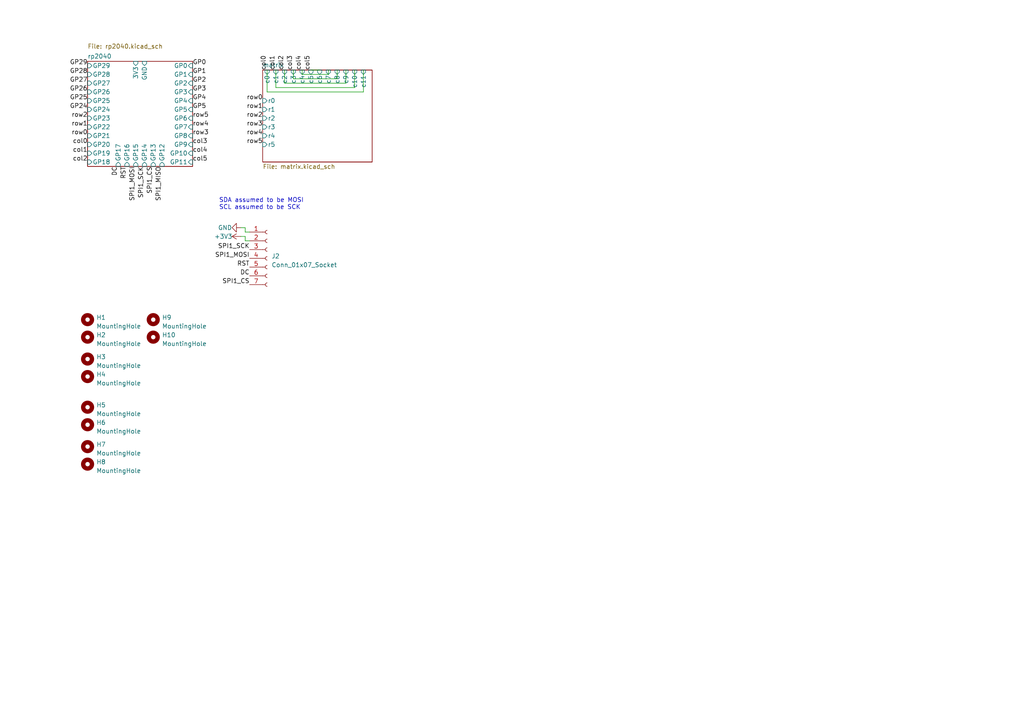
<source format=kicad_sch>
(kicad_sch (version 20230121) (generator eeschema)

  (uuid bcf08c00-9729-48c6-a1d1-fd61a92f814c)

  (paper "A4")

  (lib_symbols
    (symbol "Connector:Conn_01x07_Socket" (pin_names (offset 1.016) hide) (in_bom yes) (on_board yes)
      (property "Reference" "J" (at 0 10.16 0)
        (effects (font (size 1.27 1.27)))
      )
      (property "Value" "Conn_01x07_Socket" (at 0 -10.16 0)
        (effects (font (size 1.27 1.27)))
      )
      (property "Footprint" "" (at 0 0 0)
        (effects (font (size 1.27 1.27)) hide)
      )
      (property "Datasheet" "~" (at 0 0 0)
        (effects (font (size 1.27 1.27)) hide)
      )
      (property "ki_locked" "" (at 0 0 0)
        (effects (font (size 1.27 1.27)))
      )
      (property "ki_keywords" "connector" (at 0 0 0)
        (effects (font (size 1.27 1.27)) hide)
      )
      (property "ki_description" "Generic connector, single row, 01x07, script generated" (at 0 0 0)
        (effects (font (size 1.27 1.27)) hide)
      )
      (property "ki_fp_filters" "Connector*:*_1x??_*" (at 0 0 0)
        (effects (font (size 1.27 1.27)) hide)
      )
      (symbol "Conn_01x07_Socket_1_1"
        (arc (start 0 -7.112) (mid -0.5058 -7.62) (end 0 -8.128)
          (stroke (width 0.1524) (type default))
          (fill (type none))
        )
        (arc (start 0 -4.572) (mid -0.5058 -5.08) (end 0 -5.588)
          (stroke (width 0.1524) (type default))
          (fill (type none))
        )
        (arc (start 0 -2.032) (mid -0.5058 -2.54) (end 0 -3.048)
          (stroke (width 0.1524) (type default))
          (fill (type none))
        )
        (polyline
          (pts
            (xy -1.27 -7.62)
            (xy -0.508 -7.62)
          )
          (stroke (width 0.1524) (type default))
          (fill (type none))
        )
        (polyline
          (pts
            (xy -1.27 -5.08)
            (xy -0.508 -5.08)
          )
          (stroke (width 0.1524) (type default))
          (fill (type none))
        )
        (polyline
          (pts
            (xy -1.27 -2.54)
            (xy -0.508 -2.54)
          )
          (stroke (width 0.1524) (type default))
          (fill (type none))
        )
        (polyline
          (pts
            (xy -1.27 0)
            (xy -0.508 0)
          )
          (stroke (width 0.1524) (type default))
          (fill (type none))
        )
        (polyline
          (pts
            (xy -1.27 2.54)
            (xy -0.508 2.54)
          )
          (stroke (width 0.1524) (type default))
          (fill (type none))
        )
        (polyline
          (pts
            (xy -1.27 5.08)
            (xy -0.508 5.08)
          )
          (stroke (width 0.1524) (type default))
          (fill (type none))
        )
        (polyline
          (pts
            (xy -1.27 7.62)
            (xy -0.508 7.62)
          )
          (stroke (width 0.1524) (type default))
          (fill (type none))
        )
        (arc (start 0 0.508) (mid -0.5058 0) (end 0 -0.508)
          (stroke (width 0.1524) (type default))
          (fill (type none))
        )
        (arc (start 0 3.048) (mid -0.5058 2.54) (end 0 2.032)
          (stroke (width 0.1524) (type default))
          (fill (type none))
        )
        (arc (start 0 5.588) (mid -0.5058 5.08) (end 0 4.572)
          (stroke (width 0.1524) (type default))
          (fill (type none))
        )
        (arc (start 0 8.128) (mid -0.5058 7.62) (end 0 7.112)
          (stroke (width 0.1524) (type default))
          (fill (type none))
        )
        (pin passive line (at -5.08 7.62 0) (length 3.81)
          (name "Pin_1" (effects (font (size 1.27 1.27))))
          (number "1" (effects (font (size 1.27 1.27))))
        )
        (pin passive line (at -5.08 5.08 0) (length 3.81)
          (name "Pin_2" (effects (font (size 1.27 1.27))))
          (number "2" (effects (font (size 1.27 1.27))))
        )
        (pin passive line (at -5.08 2.54 0) (length 3.81)
          (name "Pin_3" (effects (font (size 1.27 1.27))))
          (number "3" (effects (font (size 1.27 1.27))))
        )
        (pin passive line (at -5.08 0 0) (length 3.81)
          (name "Pin_4" (effects (font (size 1.27 1.27))))
          (number "4" (effects (font (size 1.27 1.27))))
        )
        (pin passive line (at -5.08 -2.54 0) (length 3.81)
          (name "Pin_5" (effects (font (size 1.27 1.27))))
          (number "5" (effects (font (size 1.27 1.27))))
        )
        (pin passive line (at -5.08 -5.08 0) (length 3.81)
          (name "Pin_6" (effects (font (size 1.27 1.27))))
          (number "6" (effects (font (size 1.27 1.27))))
        )
        (pin passive line (at -5.08 -7.62 0) (length 3.81)
          (name "Pin_7" (effects (font (size 1.27 1.27))))
          (number "7" (effects (font (size 1.27 1.27))))
        )
      )
    )
    (symbol "Mechanical:MountingHole" (pin_names (offset 1.016)) (in_bom yes) (on_board yes)
      (property "Reference" "H" (at 0 5.08 0)
        (effects (font (size 1.27 1.27)))
      )
      (property "Value" "MountingHole" (at 0 3.175 0)
        (effects (font (size 1.27 1.27)))
      )
      (property "Footprint" "" (at 0 0 0)
        (effects (font (size 1.27 1.27)) hide)
      )
      (property "Datasheet" "~" (at 0 0 0)
        (effects (font (size 1.27 1.27)) hide)
      )
      (property "ki_keywords" "mounting hole" (at 0 0 0)
        (effects (font (size 1.27 1.27)) hide)
      )
      (property "ki_description" "Mounting Hole without connection" (at 0 0 0)
        (effects (font (size 1.27 1.27)) hide)
      )
      (property "ki_fp_filters" "MountingHole*" (at 0 0 0)
        (effects (font (size 1.27 1.27)) hide)
      )
      (symbol "MountingHole_0_1"
        (circle (center 0 0) (radius 1.27)
          (stroke (width 1.27) (type default))
          (fill (type none))
        )
      )
    )
    (symbol "power:+3V3" (power) (pin_names (offset 0)) (in_bom yes) (on_board yes)
      (property "Reference" "#PWR" (at 0 -3.81 0)
        (effects (font (size 1.27 1.27)) hide)
      )
      (property "Value" "+3V3" (at 0 3.556 0)
        (effects (font (size 1.27 1.27)))
      )
      (property "Footprint" "" (at 0 0 0)
        (effects (font (size 1.27 1.27)) hide)
      )
      (property "Datasheet" "" (at 0 0 0)
        (effects (font (size 1.27 1.27)) hide)
      )
      (property "ki_keywords" "power-flag" (at 0 0 0)
        (effects (font (size 1.27 1.27)) hide)
      )
      (property "ki_description" "Power symbol creates a global label with name \"+3V3\"" (at 0 0 0)
        (effects (font (size 1.27 1.27)) hide)
      )
      (symbol "+3V3_0_1"
        (polyline
          (pts
            (xy -0.762 1.27)
            (xy 0 2.54)
          )
          (stroke (width 0) (type default))
          (fill (type none))
        )
        (polyline
          (pts
            (xy 0 0)
            (xy 0 2.54)
          )
          (stroke (width 0) (type default))
          (fill (type none))
        )
        (polyline
          (pts
            (xy 0 2.54)
            (xy 0.762 1.27)
          )
          (stroke (width 0) (type default))
          (fill (type none))
        )
      )
      (symbol "+3V3_1_1"
        (pin power_in line (at 0 0 90) (length 0) hide
          (name "+3V3" (effects (font (size 1.27 1.27))))
          (number "1" (effects (font (size 1.27 1.27))))
        )
      )
    )
    (symbol "power:GND" (power) (pin_names (offset 0)) (in_bom yes) (on_board yes)
      (property "Reference" "#PWR" (at 0 -6.35 0)
        (effects (font (size 1.27 1.27)) hide)
      )
      (property "Value" "GND" (at 0 -3.81 0)
        (effects (font (size 1.27 1.27)))
      )
      (property "Footprint" "" (at 0 0 0)
        (effects (font (size 1.27 1.27)) hide)
      )
      (property "Datasheet" "" (at 0 0 0)
        (effects (font (size 1.27 1.27)) hide)
      )
      (property "ki_keywords" "power-flag" (at 0 0 0)
        (effects (font (size 1.27 1.27)) hide)
      )
      (property "ki_description" "Power symbol creates a global label with name \"GND\" , ground" (at 0 0 0)
        (effects (font (size 1.27 1.27)) hide)
      )
      (symbol "GND_0_1"
        (polyline
          (pts
            (xy 0 0)
            (xy 0 -1.27)
            (xy 1.27 -1.27)
            (xy 0 -2.54)
            (xy -1.27 -1.27)
            (xy 0 -1.27)
          )
          (stroke (width 0) (type default))
          (fill (type none))
        )
      )
      (symbol "GND_1_1"
        (pin power_in line (at 0 0 270) (length 0) hide
          (name "GND" (effects (font (size 1.27 1.27))))
          (number "1" (effects (font (size 1.27 1.27))))
        )
      )
    )
  )


  (wire (pts (xy 71.12 69.85) (xy 72.39 69.85))
    (stroke (width 0) (type default))
    (uuid 26aef4f4-9d03-42a0-aae5-37c5ff9766f4)
  )
  (wire (pts (xy 100.33 20.32) (xy 100.33 24.13))
    (stroke (width 0) (type default))
    (uuid 33b1ff13-5ff3-4b68-a5a0-2198ca94827a)
  )
  (wire (pts (xy 77.47 26.67) (xy 105.41 26.67))
    (stroke (width 0) (type default))
    (uuid 514b9392-0346-4470-be7d-f460e288d768)
  )
  (wire (pts (xy 71.12 68.58) (xy 71.12 69.85))
    (stroke (width 0) (type default))
    (uuid 53491964-e158-4834-9e3f-45f8f18cae78)
  )
  (wire (pts (xy 71.12 66.04) (xy 71.12 67.31))
    (stroke (width 0) (type default))
    (uuid 5b095163-c8cc-4550-9f93-7d80d308744f)
  )
  (wire (pts (xy 90.17 20.32) (xy 92.71 20.32))
    (stroke (width 0) (type default))
    (uuid 6b9d891b-42d5-4520-b034-3945fa5496bb)
  )
  (wire (pts (xy 71.12 67.31) (xy 72.39 67.31))
    (stroke (width 0) (type default))
    (uuid 6f93add0-3923-433e-b740-ad098525c919)
  )
  (wire (pts (xy 80.01 25.4) (xy 80.01 20.32))
    (stroke (width 0) (type default))
    (uuid 7b8ee179-56ac-4bf0-b089-75ab061510f8)
  )
  (wire (pts (xy 69.85 68.58) (xy 71.12 68.58))
    (stroke (width 0) (type default))
    (uuid 7d00f18e-40d8-47af-9ed8-b6f79dde8c7f)
  )
  (wire (pts (xy 85.09 20.32) (xy 85.09 22.86))
    (stroke (width 0) (type default))
    (uuid 7db52a06-bc2b-4c6b-a59c-8984ccb41798)
  )
  (wire (pts (xy 105.41 26.67) (xy 105.41 20.32))
    (stroke (width 0) (type default))
    (uuid 81bd5c6c-9aeb-456f-a7a1-0bace708bbeb)
  )
  (wire (pts (xy 82.55 20.32) (xy 82.55 24.13))
    (stroke (width 0) (type default))
    (uuid 8f4c2d5d-8b90-4132-9632-c9e9cb260f5b)
  )
  (wire (pts (xy 87.63 21.59) (xy 87.63 20.32))
    (stroke (width 0) (type default))
    (uuid 9e8ec7e9-6a10-40b7-af5c-a30dfe4a15f2)
  )
  (wire (pts (xy 102.87 20.32) (xy 102.87 25.4))
    (stroke (width 0) (type default))
    (uuid 9f666a64-b7db-4c61-b53f-e7d84086cd72)
  )
  (wire (pts (xy 77.47 20.32) (xy 77.47 26.67))
    (stroke (width 0) (type default))
    (uuid 9f8e979c-2a56-427d-8985-1fa442e17fcb)
  )
  (wire (pts (xy 102.87 25.4) (xy 80.01 25.4))
    (stroke (width 0) (type default))
    (uuid a340235f-115c-4cd9-947d-87f10f19969f)
  )
  (wire (pts (xy 100.33 24.13) (xy 82.55 24.13))
    (stroke (width 0) (type default))
    (uuid c9dda61d-2213-4a90-bc80-e50ddafa8cd6)
  )
  (wire (pts (xy 69.85 66.04) (xy 71.12 66.04))
    (stroke (width 0) (type default))
    (uuid d0576176-8a70-40a0-90ec-f8efea48ad61)
  )
  (wire (pts (xy 95.25 20.32) (xy 95.25 21.59))
    (stroke (width 0) (type default))
    (uuid e57e8dbc-7403-43ee-aa5d-b07699241282)
  )
  (wire (pts (xy 95.25 21.59) (xy 87.63 21.59))
    (stroke (width 0) (type default))
    (uuid f8d38188-e080-4036-89f3-722464a078c0)
  )
  (wire (pts (xy 85.09 22.86) (xy 97.79 22.86))
    (stroke (width 0) (type default))
    (uuid fbd0bbf8-c3a1-4dca-80f0-9cf580d20eff)
  )
  (wire (pts (xy 97.79 20.32) (xy 97.79 22.86))
    (stroke (width 0) (type default))
    (uuid fcce0d3f-a575-4f02-a084-0810c2f6fde2)
  )

  (text "SDA assumed to be MOSI\nSCL assumed to be SCK\n" (at 63.5 60.96 0)
    (effects (font (size 1.27 1.27)) (justify left bottom))
    (uuid 4c557209-9a14-4c82-9d6f-bd527899bda5)
  )

  (label "row2" (at 76.2 34.29 180) (fields_autoplaced)
    (effects (font (size 1.27 1.27)) (justify right bottom))
    (uuid 031f29e0-67fe-4d37-a7c1-51e750c9ce90)
  )
  (label "SPI1_MOSI" (at 72.39 74.93 180) (fields_autoplaced)
    (effects (font (size 1.27 1.27)) (justify right bottom))
    (uuid 04a6b02e-61a8-4db7-b406-8a574de2c510)
  )
  (label "col2" (at 25.4 46.99 180) (fields_autoplaced)
    (effects (font (size 1.27 1.27)) (justify right bottom))
    (uuid 06e7a2d7-6d8c-461f-9b54-0d637cf5283a)
  )
  (label "GP0" (at 55.88 19.05 0) (fields_autoplaced)
    (effects (font (size 1.27 1.27)) (justify left bottom))
    (uuid 09ff75f2-6b39-4098-a6c2-9dbad0592ea0)
  )
  (label "SPI1_SCK" (at 72.39 72.39 180) (fields_autoplaced)
    (effects (font (size 1.27 1.27)) (justify right bottom))
    (uuid 1127b45d-d0ff-4de2-970c-8d530dd2e52a)
  )
  (label "row1" (at 76.2 31.75 180) (fields_autoplaced)
    (effects (font (size 1.27 1.27)) (justify right bottom))
    (uuid 168e4dcb-a275-4b85-a88e-93ab1720c44e)
  )
  (label "col3" (at 55.88 41.91 0) (fields_autoplaced)
    (effects (font (size 1.27 1.27)) (justify left bottom))
    (uuid 200c9575-7753-48d3-a760-2d75d5ac2a07)
  )
  (label "GP3" (at 55.88 26.67 0) (fields_autoplaced)
    (effects (font (size 1.27 1.27)) (justify left bottom))
    (uuid 212c1642-ab20-4471-9f7f-a562c02f986d)
  )
  (label "GP4" (at 55.88 29.21 0) (fields_autoplaced)
    (effects (font (size 1.27 1.27)) (justify left bottom))
    (uuid 351f4752-1299-40e2-868e-524b7bc0f805)
  )
  (label "RST" (at 36.83 48.26 270) (fields_autoplaced)
    (effects (font (size 1.27 1.27)) (justify right bottom))
    (uuid 3b857ef8-c75b-4b0d-bc5f-097b880628e5)
  )
  (label "row3" (at 76.2 36.83 180) (fields_autoplaced)
    (effects (font (size 1.27 1.27)) (justify right bottom))
    (uuid 3ee33b1b-2c46-496c-8313-bf8a03f8607c)
  )
  (label "SPI1_MOSI" (at 39.37 48.26 270) (fields_autoplaced)
    (effects (font (size 1.27 1.27)) (justify right bottom))
    (uuid 45992500-53cb-41bc-bf03-e8f22b741038)
  )
  (label "GP25" (at 25.4 29.21 180) (fields_autoplaced)
    (effects (font (size 1.27 1.27)) (justify right bottom))
    (uuid 50512268-8fe7-4ac5-9cc8-6cd402566b7e)
  )
  (label "GP2" (at 55.88 24.13 0) (fields_autoplaced)
    (effects (font (size 1.27 1.27)) (justify left bottom))
    (uuid 59b7d54e-24b1-48a1-ab9b-f8e00ebc8d94)
  )
  (label "col1" (at 80.01 20.32 90) (fields_autoplaced)
    (effects (font (size 1.27 1.27)) (justify left bottom))
    (uuid 60c482b5-70ee-417b-8307-81406f4ad937)
  )
  (label "row4" (at 55.88 36.83 0) (fields_autoplaced)
    (effects (font (size 1.27 1.27)) (justify left bottom))
    (uuid 638a1921-618c-4f8f-badc-207a5fb50aa1)
  )
  (label "SPI1_CS" (at 44.45 48.26 270) (fields_autoplaced)
    (effects (font (size 1.27 1.27)) (justify right bottom))
    (uuid 65c6f020-3523-4db1-b3ff-9fb3202c84bd)
  )
  (label "row3" (at 55.88 39.37 0) (fields_autoplaced)
    (effects (font (size 1.27 1.27)) (justify left bottom))
    (uuid 6ae0258e-7b98-43d8-b9f2-7ef538f43fbd)
  )
  (label "DC" (at 34.29 48.26 270) (fields_autoplaced)
    (effects (font (size 1.27 1.27)) (justify right bottom))
    (uuid 71862e93-f988-4c07-a013-3cb7cea15bb5)
  )
  (label "SPI1_CS" (at 72.39 82.55 180) (fields_autoplaced)
    (effects (font (size 1.27 1.27)) (justify right bottom))
    (uuid 74c8799a-f981-4b6d-9ec2-47c3e43aaa9d)
  )
  (label "DC" (at 72.39 80.01 180) (fields_autoplaced)
    (effects (font (size 1.27 1.27)) (justify right bottom))
    (uuid 7604deb5-dfdd-4ae4-b1d6-d09275f28031)
  )
  (label "GP5" (at 55.88 31.75 0) (fields_autoplaced)
    (effects (font (size 1.27 1.27)) (justify left bottom))
    (uuid 786ccf4d-2ea3-46d2-9f7b-1ca528b66b34)
  )
  (label "col3" (at 85.09 20.32 90) (fields_autoplaced)
    (effects (font (size 1.27 1.27)) (justify left bottom))
    (uuid 81ca4f0d-d648-4a5a-9c87-1d84d4d958d4)
  )
  (label "GP28" (at 25.4 21.59 180) (fields_autoplaced)
    (effects (font (size 1.27 1.27)) (justify right bottom))
    (uuid 8e3e0783-7849-4525-9e8c-525cca8a4279)
  )
  (label "row0" (at 25.4 39.37 180) (fields_autoplaced)
    (effects (font (size 1.27 1.27)) (justify right bottom))
    (uuid 944472bc-4c0e-47fe-81d6-f971f991baef)
  )
  (label "row5" (at 76.2 41.91 180) (fields_autoplaced)
    (effects (font (size 1.27 1.27)) (justify right bottom))
    (uuid 9b82b0c6-983a-416b-89a4-37ad529aa0a4)
  )
  (label "SPI1_SCK" (at 41.91 48.26 270) (fields_autoplaced)
    (effects (font (size 1.27 1.27)) (justify right bottom))
    (uuid 9e259e27-d3a0-49b3-8306-262364ddae32)
  )
  (label "GP26" (at 25.4 26.67 180) (fields_autoplaced)
    (effects (font (size 1.27 1.27)) (justify right bottom))
    (uuid a4abfa52-02d9-4742-947d-2c0e4ae5c6c7)
  )
  (label "col5" (at 55.88 46.99 0) (fields_autoplaced)
    (effects (font (size 1.27 1.27)) (justify left bottom))
    (uuid a66d2c01-402e-44ea-9c8e-dc99eacd02b2)
  )
  (label "GP27" (at 25.4 24.13 180) (fields_autoplaced)
    (effects (font (size 1.27 1.27)) (justify right bottom))
    (uuid ac374b3a-c535-4ebb-93c0-e93a85e39694)
  )
  (label "row5" (at 55.88 34.29 0) (fields_autoplaced)
    (effects (font (size 1.27 1.27)) (justify left bottom))
    (uuid b158312f-858c-4a20-88f4-ad3a205f625e)
  )
  (label "GP24" (at 25.4 31.75 180) (fields_autoplaced)
    (effects (font (size 1.27 1.27)) (justify right bottom))
    (uuid b8521272-c436-4b9c-bc90-b19854aebcaf)
  )
  (label "col0" (at 77.47 20.32 90) (fields_autoplaced)
    (effects (font (size 1.27 1.27)) (justify left bottom))
    (uuid c0247987-2006-41fe-a79d-6b9bc031cde3)
  )
  (label "row2" (at 25.4 34.29 180) (fields_autoplaced)
    (effects (font (size 1.27 1.27)) (justify right bottom))
    (uuid cbdca9be-6eb2-4315-90b0-8c25397fad87)
  )
  (label "row0" (at 76.2 29.21 180) (fields_autoplaced)
    (effects (font (size 1.27 1.27)) (justify right bottom))
    (uuid d42e959c-d85d-4daa-840c-9641f6a15019)
  )
  (label "col0" (at 25.4 41.91 180) (fields_autoplaced)
    (effects (font (size 1.27 1.27)) (justify right bottom))
    (uuid db1e7b2b-fbe8-44cd-9c82-ff3fb21ba591)
  )
  (label "col4" (at 55.88 44.45 0) (fields_autoplaced)
    (effects (font (size 1.27 1.27)) (justify left bottom))
    (uuid e12aed7f-8de4-4a04-bd3f-c2333656928d)
  )
  (label "row4" (at 76.2 39.37 180) (fields_autoplaced)
    (effects (font (size 1.27 1.27)) (justify right bottom))
    (uuid ea19eb80-303b-463a-bf20-d02c356b0f48)
  )
  (label "col5" (at 90.17 20.32 90) (fields_autoplaced)
    (effects (font (size 1.27 1.27)) (justify left bottom))
    (uuid ebfa4141-17b5-4c61-bf98-e78f21d400d6)
  )
  (label "GP1" (at 55.88 21.59 0) (fields_autoplaced)
    (effects (font (size 1.27 1.27)) (justify left bottom))
    (uuid ed7a8fbb-81f4-417d-8676-e895d2e26818)
  )
  (label "col4" (at 87.63 20.32 90) (fields_autoplaced)
    (effects (font (size 1.27 1.27)) (justify left bottom))
    (uuid ee514277-02f4-4813-973d-d7552b790931)
  )
  (label "GP29" (at 25.4 19.05 180) (fields_autoplaced)
    (effects (font (size 1.27 1.27)) (justify right bottom))
    (uuid f0bfd0a1-87fb-4307-9f14-55191ddd7062)
  )
  (label "SPI1_MISO" (at 46.99 48.26 270) (fields_autoplaced)
    (effects (font (size 1.27 1.27)) (justify right bottom))
    (uuid f0dab6b8-cf96-468b-b621-acb467f8eb20)
  )
  (label "col2" (at 82.55 20.32 90) (fields_autoplaced)
    (effects (font (size 1.27 1.27)) (justify left bottom))
    (uuid f213b818-800c-4237-b927-7a4d21739e0b)
  )
  (label "col1" (at 25.4 44.45 180) (fields_autoplaced)
    (effects (font (size 1.27 1.27)) (justify right bottom))
    (uuid f2975ae2-07cf-477f-bb12-b23dbad4d80c)
  )
  (label "RST" (at 72.39 77.47 180) (fields_autoplaced)
    (effects (font (size 1.27 1.27)) (justify right bottom))
    (uuid f4eec43b-db84-4884-a3ba-f1d1e300c2b7)
  )
  (label "row1" (at 25.4 36.83 180) (fields_autoplaced)
    (effects (font (size 1.27 1.27)) (justify right bottom))
    (uuid f747f1b5-6b93-43f0-a294-33c600c00203)
  )

  (symbol (lib_id "Connector:Conn_01x07_Socket") (at 77.47 74.93 0) (unit 1)
    (in_bom yes) (on_board yes) (dnp no) (fields_autoplaced)
    (uuid 13be8af4-ec65-4aa8-bf88-3e3a05d4023c)
    (property "Reference" "J2" (at 78.74 74.295 0)
      (effects (font (size 1.27 1.27)) (justify left))
    )
    (property "Value" "Conn_01x07_Socket" (at 78.74 76.835 0)
      (effects (font (size 1.27 1.27)) (justify left))
    )
    (property "Footprint" "0-cut-slope:big ass screen" (at 77.47 74.93 0)
      (effects (font (size 1.27 1.27)) hide)
    )
    (property "Datasheet" "~" (at 77.47 74.93 0)
      (effects (font (size 1.27 1.27)) hide)
    )
    (pin "1" (uuid 02cf04b2-45d4-4c92-876c-1ab21b26b8a7))
    (pin "2" (uuid a8337157-dfd6-4677-8bd5-f7eae0ced3ce))
    (pin "3" (uuid 52c86ff0-bad5-4d1c-9a2e-d22a0aeaf916))
    (pin "4" (uuid 5ba1d031-a743-4b55-86cb-1dafbbcf293f))
    (pin "5" (uuid 77e7c95c-8239-4c20-ad05-9bf9bb7a8edb))
    (pin "6" (uuid df875a45-4de6-40ab-a918-729b37357fe1))
    (pin "7" (uuid 81cb3ea1-9517-4a20-9c7b-5f3c81204d75))
    (instances
      (project "cut-slope"
        (path "/bcf08c00-9729-48c6-a1d1-fd61a92f814c"
          (reference "J2") (unit 1)
        )
      )
    )
  )

  (symbol (lib_id "Mechanical:MountingHole") (at 25.4 134.62 0) (unit 1)
    (in_bom yes) (on_board yes) (dnp no) (fields_autoplaced)
    (uuid 220bda3e-5c77-4eb9-b68c-6f2dd53081fb)
    (property "Reference" "H8" (at 27.94 133.985 0)
      (effects (font (size 1.27 1.27)) (justify left))
    )
    (property "Value" "MountingHole" (at 27.94 136.525 0)
      (effects (font (size 1.27 1.27)) (justify left))
    )
    (property "Footprint" "0-cut-slope:MountingHole_3.2mm_M3_thinpad" (at 25.4 134.62 0)
      (effects (font (size 1.27 1.27)) hide)
    )
    (property "Datasheet" "~" (at 25.4 134.62 0)
      (effects (font (size 1.27 1.27)) hide)
    )
    (instances
      (project "cut-slope"
        (path "/bcf08c00-9729-48c6-a1d1-fd61a92f814c"
          (reference "H8") (unit 1)
        )
      )
    )
  )

  (symbol (lib_id "Mechanical:MountingHole") (at 44.45 92.71 0) (unit 1)
    (in_bom yes) (on_board yes) (dnp no) (fields_autoplaced)
    (uuid 65572b90-b079-4e28-b12a-26744c1e4045)
    (property "Reference" "H9" (at 46.99 92.075 0)
      (effects (font (size 1.27 1.27)) (justify left))
    )
    (property "Value" "MountingHole" (at 46.99 94.615 0)
      (effects (font (size 1.27 1.27)) (justify left))
    )
    (property "Footprint" "0-cut-slope:MountingHole_3.2mm_M3_thinpad" (at 44.45 92.71 0)
      (effects (font (size 1.27 1.27)) hide)
    )
    (property "Datasheet" "~" (at 44.45 92.71 0)
      (effects (font (size 1.27 1.27)) hide)
    )
    (instances
      (project "cut-slope"
        (path "/bcf08c00-9729-48c6-a1d1-fd61a92f814c"
          (reference "H9") (unit 1)
        )
      )
    )
  )

  (symbol (lib_id "Mechanical:MountingHole") (at 25.4 104.14 0) (unit 1)
    (in_bom yes) (on_board yes) (dnp no) (fields_autoplaced)
    (uuid 7b6e2411-1f14-4344-b4f2-0b05134324cc)
    (property "Reference" "H3" (at 27.94 103.505 0)
      (effects (font (size 1.27 1.27)) (justify left))
    )
    (property "Value" "MountingHole" (at 27.94 106.045 0)
      (effects (font (size 1.27 1.27)) (justify left))
    )
    (property "Footprint" "0-cut-slope:MountingHole_3.2mm_M3_thinpad" (at 25.4 104.14 0)
      (effects (font (size 1.27 1.27)) hide)
    )
    (property "Datasheet" "~" (at 25.4 104.14 0)
      (effects (font (size 1.27 1.27)) hide)
    )
    (instances
      (project "cut-slope"
        (path "/bcf08c00-9729-48c6-a1d1-fd61a92f814c"
          (reference "H3") (unit 1)
        )
      )
    )
  )

  (symbol (lib_id "power:+3V3") (at 69.85 68.58 90) (unit 1)
    (in_bom yes) (on_board yes) (dnp no)
    (uuid 7e9d2ea2-89a1-40fd-8b08-76b47cab8fa4)
    (property "Reference" "#PWR010" (at 73.66 68.58 0)
      (effects (font (size 1.27 1.27)) hide)
    )
    (property "Value" "+3V3" (at 64.77 68.58 90)
      (effects (font (size 1.27 1.27)))
    )
    (property "Footprint" "" (at 69.85 68.58 0)
      (effects (font (size 1.27 1.27)) hide)
    )
    (property "Datasheet" "" (at 69.85 68.58 0)
      (effects (font (size 1.27 1.27)) hide)
    )
    (pin "1" (uuid fc956ac5-ae06-4bd6-8676-4a91983eaac7))
    (instances
      (project "bad_wings"
        (path "/b2333684-16d6-4183-bfe1-df2c02651d64"
          (reference "#PWR010") (unit 1)
        )
      )
      (project "cut-slope"
        (path "/bcf08c00-9729-48c6-a1d1-fd61a92f814c/4fb5f8ae-dff6-4c38-9253-59cb41e36834"
          (reference "#PWR05") (unit 1)
        )
        (path "/bcf08c00-9729-48c6-a1d1-fd61a92f814c"
          (reference "#PWR04") (unit 1)
        )
      )
    )
  )

  (symbol (lib_id "Mechanical:MountingHole") (at 25.4 109.22 0) (unit 1)
    (in_bom yes) (on_board yes) (dnp no) (fields_autoplaced)
    (uuid 81a83901-0729-4143-8d44-8eaf88c78e10)
    (property "Reference" "H4" (at 27.94 108.585 0)
      (effects (font (size 1.27 1.27)) (justify left))
    )
    (property "Value" "MountingHole" (at 27.94 111.125 0)
      (effects (font (size 1.27 1.27)) (justify left))
    )
    (property "Footprint" "0-cut-slope:MountingHole_3.2mm_M3_thinpad" (at 25.4 109.22 0)
      (effects (font (size 1.27 1.27)) hide)
    )
    (property "Datasheet" "~" (at 25.4 109.22 0)
      (effects (font (size 1.27 1.27)) hide)
    )
    (instances
      (project "cut-slope"
        (path "/bcf08c00-9729-48c6-a1d1-fd61a92f814c"
          (reference "H4") (unit 1)
        )
      )
    )
  )

  (symbol (lib_id "Mechanical:MountingHole") (at 25.4 129.54 0) (unit 1)
    (in_bom yes) (on_board yes) (dnp no) (fields_autoplaced)
    (uuid 8e2620f8-8fa7-4f59-89c1-4f9640718f5a)
    (property "Reference" "H7" (at 27.94 128.905 0)
      (effects (font (size 1.27 1.27)) (justify left))
    )
    (property "Value" "MountingHole" (at 27.94 131.445 0)
      (effects (font (size 1.27 1.27)) (justify left))
    )
    (property "Footprint" "0-cut-slope:MountingHole_3.2mm_M3_thinpad" (at 25.4 129.54 0)
      (effects (font (size 1.27 1.27)) hide)
    )
    (property "Datasheet" "~" (at 25.4 129.54 0)
      (effects (font (size 1.27 1.27)) hide)
    )
    (instances
      (project "cut-slope"
        (path "/bcf08c00-9729-48c6-a1d1-fd61a92f814c"
          (reference "H7") (unit 1)
        )
      )
    )
  )

  (symbol (lib_id "Mechanical:MountingHole") (at 25.4 97.79 0) (unit 1)
    (in_bom yes) (on_board yes) (dnp no) (fields_autoplaced)
    (uuid 8ec103ef-764f-452a-89bd-50b5b65ce37e)
    (property "Reference" "H2" (at 27.94 97.155 0)
      (effects (font (size 1.27 1.27)) (justify left))
    )
    (property "Value" "MountingHole" (at 27.94 99.695 0)
      (effects (font (size 1.27 1.27)) (justify left))
    )
    (property "Footprint" "0-cut-slope:MountingHole_3.2mm_M3_thinpad" (at 25.4 97.79 0)
      (effects (font (size 1.27 1.27)) hide)
    )
    (property "Datasheet" "~" (at 25.4 97.79 0)
      (effects (font (size 1.27 1.27)) hide)
    )
    (instances
      (project "cut-slope"
        (path "/bcf08c00-9729-48c6-a1d1-fd61a92f814c"
          (reference "H2") (unit 1)
        )
      )
    )
  )

  (symbol (lib_id "power:GND") (at 69.85 66.04 270) (unit 1)
    (in_bom yes) (on_board yes) (dnp no)
    (uuid acc49cd3-2498-48ca-9914-aca724b6b6dd)
    (property "Reference" "#PWR011" (at 63.5 66.04 0)
      (effects (font (size 1.27 1.27)) hide)
    )
    (property "Value" "GND" (at 67.31 66.04 90)
      (effects (font (size 1.27 1.27)) (justify right))
    )
    (property "Footprint" "" (at 69.85 66.04 0)
      (effects (font (size 1.27 1.27)) hide)
    )
    (property "Datasheet" "" (at 69.85 66.04 0)
      (effects (font (size 1.27 1.27)) hide)
    )
    (pin "1" (uuid db684768-ae4a-4a82-92cd-40d12f8fe86c))
    (instances
      (project "bad_wings"
        (path "/b2333684-16d6-4183-bfe1-df2c02651d64"
          (reference "#PWR011") (unit 1)
        )
      )
      (project "cut-slope"
        (path "/bcf08c00-9729-48c6-a1d1-fd61a92f814c/4fb5f8ae-dff6-4c38-9253-59cb41e36834"
          (reference "#PWR034") (unit 1)
        )
        (path "/bcf08c00-9729-48c6-a1d1-fd61a92f814c"
          (reference "#PWR03") (unit 1)
        )
      )
    )
  )

  (symbol (lib_id "Mechanical:MountingHole") (at 25.4 92.71 0) (unit 1)
    (in_bom yes) (on_board yes) (dnp no) (fields_autoplaced)
    (uuid b2866aa3-9b75-44b0-a14a-3694980a9268)
    (property "Reference" "H1" (at 27.94 92.075 0)
      (effects (font (size 1.27 1.27)) (justify left))
    )
    (property "Value" "MountingHole" (at 27.94 94.615 0)
      (effects (font (size 1.27 1.27)) (justify left))
    )
    (property "Footprint" "0-cut-slope:MountingHole_3.2mm_M3_thinpad" (at 25.4 92.71 0)
      (effects (font (size 1.27 1.27)) hide)
    )
    (property "Datasheet" "~" (at 25.4 92.71 0)
      (effects (font (size 1.27 1.27)) hide)
    )
    (instances
      (project "cut-slope"
        (path "/bcf08c00-9729-48c6-a1d1-fd61a92f814c"
          (reference "H1") (unit 1)
        )
      )
    )
  )

  (symbol (lib_id "Mechanical:MountingHole") (at 25.4 118.11 0) (unit 1)
    (in_bom yes) (on_board yes) (dnp no) (fields_autoplaced)
    (uuid c1149502-1afa-407c-bca6-299dbbbe86b8)
    (property "Reference" "H5" (at 27.94 117.475 0)
      (effects (font (size 1.27 1.27)) (justify left))
    )
    (property "Value" "MountingHole" (at 27.94 120.015 0)
      (effects (font (size 1.27 1.27)) (justify left))
    )
    (property "Footprint" "0-cut-slope:MountingHole_3.2mm_M3_thinpad" (at 25.4 118.11 0)
      (effects (font (size 1.27 1.27)) hide)
    )
    (property "Datasheet" "~" (at 25.4 118.11 0)
      (effects (font (size 1.27 1.27)) hide)
    )
    (instances
      (project "cut-slope"
        (path "/bcf08c00-9729-48c6-a1d1-fd61a92f814c"
          (reference "H5") (unit 1)
        )
      )
    )
  )

  (symbol (lib_id "Mechanical:MountingHole") (at 25.4 123.19 0) (unit 1)
    (in_bom yes) (on_board yes) (dnp no) (fields_autoplaced)
    (uuid d8a01109-1b7e-458b-992a-4976e6b46930)
    (property "Reference" "H6" (at 27.94 122.555 0)
      (effects (font (size 1.27 1.27)) (justify left))
    )
    (property "Value" "MountingHole" (at 27.94 125.095 0)
      (effects (font (size 1.27 1.27)) (justify left))
    )
    (property "Footprint" "0-cut-slope:MountingHole_3.2mm_M3_thinpad" (at 25.4 123.19 0)
      (effects (font (size 1.27 1.27)) hide)
    )
    (property "Datasheet" "~" (at 25.4 123.19 0)
      (effects (font (size 1.27 1.27)) hide)
    )
    (instances
      (project "cut-slope"
        (path "/bcf08c00-9729-48c6-a1d1-fd61a92f814c"
          (reference "H6") (unit 1)
        )
      )
    )
  )

  (symbol (lib_id "Mechanical:MountingHole") (at 44.45 97.79 0) (unit 1)
    (in_bom yes) (on_board yes) (dnp no) (fields_autoplaced)
    (uuid f7036871-0b12-457c-b636-5af5b73dc2f0)
    (property "Reference" "H10" (at 46.99 97.155 0)
      (effects (font (size 1.27 1.27)) (justify left))
    )
    (property "Value" "MountingHole" (at 46.99 99.695 0)
      (effects (font (size 1.27 1.27)) (justify left))
    )
    (property "Footprint" "0-cut-slope:MountingHole_3.2mm_M3_thinpad" (at 44.45 97.79 0)
      (effects (font (size 1.27 1.27)) hide)
    )
    (property "Datasheet" "~" (at 44.45 97.79 0)
      (effects (font (size 1.27 1.27)) hide)
    )
    (instances
      (project "cut-slope"
        (path "/bcf08c00-9729-48c6-a1d1-fd61a92f814c"
          (reference "H10") (unit 1)
        )
      )
    )
  )

  (sheet (at 76.2 20.32) (size 31.75 26.67) (fields_autoplaced)
    (stroke (width 0.1524) (type solid))
    (fill (color 0 0 0 0.0000))
    (uuid 05931c95-a9e7-464b-bc2a-a1adbf6ee993)
    (property "Sheetname" "matrix" (at 76.2 19.6084 0)
      (effects (font (size 1.27 1.27)) (justify left bottom))
    )
    (property "Sheetfile" "matrix.kicad_sch" (at 76.2 47.5746 0)
      (effects (font (size 1.27 1.27)) (justify left top))
    )
    (pin "r0" input (at 76.2 29.21 180)
      (effects (font (size 1.27 1.27)) (justify left))
      (uuid f0537441-ceed-49ce-a06e-d42f8ae07df2)
    )
    (pin "r1" input (at 76.2 31.75 180)
      (effects (font (size 1.27 1.27)) (justify left))
      (uuid 74d8c6a2-7c20-4d8a-be4b-b9b2c8172a0b)
    )
    (pin "c0" input (at 77.47 20.32 90)
      (effects (font (size 1.27 1.27)) (justify right))
      (uuid eeb65b12-f719-4037-804b-4cd6e8955247)
    )
    (pin "c1" input (at 80.01 20.32 90)
      (effects (font (size 1.27 1.27)) (justify right))
      (uuid b8cdce1c-8da1-4039-a746-3866b8ad8f1f)
    )
    (pin "c2" input (at 82.55 20.32 90)
      (effects (font (size 1.27 1.27)) (justify right))
      (uuid 79bce4ef-4287-4ce6-ab85-918b59d4e3d3)
    )
    (pin "c3" input (at 85.09 20.32 90)
      (effects (font (size 1.27 1.27)) (justify right))
      (uuid fa83ac5a-4775-4c36-9724-06d742db393b)
    )
    (pin "c8" input (at 97.79 20.32 90)
      (effects (font (size 1.27 1.27)) (justify right))
      (uuid 12414bbc-0ca1-4c09-9450-24560d825f0e)
    )
    (pin "r4" input (at 76.2 39.37 180)
      (effects (font (size 1.27 1.27)) (justify left))
      (uuid 15940d56-8b39-4725-a777-f9e42ac70e75)
    )
    (pin "r5" input (at 76.2 41.91 180)
      (effects (font (size 1.27 1.27)) (justify left))
      (uuid 306b9bac-dfa3-4f23-ad20-98df26512764)
    )
    (pin "c6" input (at 92.71 20.32 90)
      (effects (font (size 1.27 1.27)) (justify right))
      (uuid 224fcddf-fb73-457c-ac47-e642336c27ee)
    )
    (pin "c7" input (at 95.25 20.32 90)
      (effects (font (size 1.27 1.27)) (justify right))
      (uuid 950da46d-6b70-4f13-bd30-d4e222d2d071)
    )
    (pin "r3" input (at 76.2 36.83 180)
      (effects (font (size 1.27 1.27)) (justify left))
      (uuid 78f5e15b-db84-4a98-a452-8dee05af8059)
    )
    (pin "c5" input (at 90.17 20.32 90)
      (effects (font (size 1.27 1.27)) (justify right))
      (uuid 445402d8-2276-4d72-9b30-e409c2ed489b)
    )
    (pin "c4" input (at 87.63 20.32 90)
      (effects (font (size 1.27 1.27)) (justify right))
      (uuid 5cf593be-3004-4083-b1f3-2995cafb738c)
    )
    (pin "c9" input (at 100.33 20.32 90)
      (effects (font (size 1.27 1.27)) (justify right))
      (uuid 9226d78d-d96c-416b-ad35-600d92d5d013)
    )
    (pin "c10" input (at 102.87 20.32 90)
      (effects (font (size 1.27 1.27)) (justify right))
      (uuid 0950ed9d-58c9-47f5-9d20-b01159bc295d)
    )
    (pin "c11" input (at 105.41 20.32 90)
      (effects (font (size 1.27 1.27)) (justify right))
      (uuid 857f140c-d1de-4efa-ba30-2fc94a2ac84e)
    )
    (pin "r2" input (at 76.2 34.29 180)
      (effects (font (size 1.27 1.27)) (justify left))
      (uuid 73e8cc60-dcbd-4f97-b16c-5d6615249194)
    )
    (instances
      (project "cut-slope"
        (path "/bcf08c00-9729-48c6-a1d1-fd61a92f814c" (page "3"))
      )
    )
  )

  (sheet (at 25.4 17.78) (size 30.48 30.48)
    (stroke (width 0.1524) (type solid))
    (fill (color 0 0 0 0.0000))
    (uuid 4fb5f8ae-dff6-4c38-9253-59cb41e36834)
    (property "Sheetname" "rp2040" (at 25.4 17.0684 0)
      (effects (font (size 1.27 1.27)) (justify left bottom))
    )
    (property "Sheetfile" "rp2040.kicad_sch" (at 25.4 12.7 0)
      (effects (font (size 1.27 1.27)) (justify left top))
    )
    (pin "GP16" input (at 36.83 48.26 270)
      (effects (font (size 1.27 1.27)) (justify left))
      (uuid 12c75bd1-7103-4d95-b0a4-2e781df23087)
    )
    (pin "GP19" input (at 25.4 44.45 180)
      (effects (font (size 1.27 1.27)) (justify left))
      (uuid 22fc8922-30c3-4637-9d2d-dd7f6849235f)
    )
    (pin "GP15" input (at 39.37 48.26 270)
      (effects (font (size 1.27 1.27)) (justify left))
      (uuid 204f1c7a-ce54-4431-b79a-d71aa1ee20a5)
    )
    (pin "GP20" input (at 25.4 41.91 180)
      (effects (font (size 1.27 1.27)) (justify left))
      (uuid a93afed5-b801-4f72-9136-de940a0e6c88)
    )
    (pin "GP17" input (at 34.29 48.26 270)
      (effects (font (size 1.27 1.27)) (justify left))
      (uuid 2af1ce76-3be1-4816-b54d-386ebc435d2e)
    )
    (pin "GP18" input (at 25.4 46.99 180)
      (effects (font (size 1.27 1.27)) (justify left))
      (uuid 159caa05-4937-4620-843f-bc627490ad85)
    )
    (pin "GP12" input (at 46.99 48.26 270)
      (effects (font (size 1.27 1.27)) (justify left))
      (uuid d5de527c-4137-4c00-86ef-55306b9f4d84)
    )
    (pin "GP13" input (at 44.45 48.26 270)
      (effects (font (size 1.27 1.27)) (justify left))
      (uuid 155ec868-68c8-4be7-849d-6c5132b0dbb9)
    )
    (pin "GP11" input (at 55.88 46.99 0)
      (effects (font (size 1.27 1.27)) (justify right))
      (uuid 97597564-5878-48af-a425-84b755a617dc)
    )
    (pin "GP10" input (at 55.88 44.45 0)
      (effects (font (size 1.27 1.27)) (justify right))
      (uuid 747c74ab-ccfb-4fdf-b7ae-e012ef25ecf1)
    )
    (pin "GP14" input (at 41.91 48.26 270)
      (effects (font (size 1.27 1.27)) (justify left))
      (uuid 28aac8b0-a5ea-48eb-9c6b-cc7f72471a04)
    )
    (pin "GP4" input (at 55.88 29.21 0)
      (effects (font (size 1.27 1.27)) (justify right))
      (uuid 33c49f3f-5386-4357-8d30-fce0b9b23ba0)
    )
    (pin "GP3" input (at 55.88 26.67 0)
      (effects (font (size 1.27 1.27)) (justify right))
      (uuid c3f17d0d-15c4-420d-b62d-0bc57d9ca150)
    )
    (pin "GP0" input (at 55.88 19.05 0)
      (effects (font (size 1.27 1.27)) (justify right))
      (uuid 964ab5da-1f80-4e40-91d4-48200f5eb97d)
    )
    (pin "GP8" input (at 55.88 39.37 0)
      (effects (font (size 1.27 1.27)) (justify right))
      (uuid 82f73c40-e58b-442e-90fa-17389f5a3a3f)
    )
    (pin "GP7" input (at 55.88 36.83 0)
      (effects (font (size 1.27 1.27)) (justify right))
      (uuid aa9d22cf-cb2d-4e36-90d9-18aa210b7ad2)
    )
    (pin "GP9" input (at 55.88 41.91 0)
      (effects (font (size 1.27 1.27)) (justify right))
      (uuid 25a3e61a-0d15-467e-a153-830574f5ab49)
    )
    (pin "GP6" input (at 55.88 34.29 0)
      (effects (font (size 1.27 1.27)) (justify right))
      (uuid 5076e9ed-aa0f-4769-a79c-3c3226ba8bfd)
    )
    (pin "GP5" input (at 55.88 31.75 0)
      (effects (font (size 1.27 1.27)) (justify right))
      (uuid d2adab13-b6ec-498d-85e9-1eeaec90252e)
    )
    (pin "GND" input (at 41.91 17.78 90)
      (effects (font (size 1.27 1.27)) (justify right))
      (uuid 6a7c942b-ac0c-4eb2-98d1-b9c4a0cb0d90)
    )
    (pin "3V3" input (at 39.37 17.78 90)
      (effects (font (size 1.27 1.27)) (justify right))
      (uuid 757e04c4-0e8a-4763-a09f-4115341ee33c)
    )
    (pin "GP2" input (at 55.88 24.13 0)
      (effects (font (size 1.27 1.27)) (justify right))
      (uuid 3fd6017a-d8ef-4c3f-bb57-d2eba7301a7f)
    )
    (pin "GP1" input (at 55.88 21.59 0)
      (effects (font (size 1.27 1.27)) (justify right))
      (uuid b5b639b2-1775-427f-b9b5-6ef8f0d05f21)
    )
    (pin "GP21" input (at 25.4 39.37 180)
      (effects (font (size 1.27 1.27)) (justify left))
      (uuid cf1480a1-e36e-47e4-9abd-548517c6718e)
    )
    (pin "GP24" input (at 25.4 31.75 180)
      (effects (font (size 1.27 1.27)) (justify left))
      (uuid ae426f77-cb7c-47de-aed5-fe45e80a28f3)
    )
    (pin "GP22" input (at 25.4 36.83 180)
      (effects (font (size 1.27 1.27)) (justify left))
      (uuid defe62bd-78e9-427f-ba4a-3d9ed78da7d8)
    )
    (pin "GP25" input (at 25.4 29.21 180)
      (effects (font (size 1.27 1.27)) (justify left))
      (uuid b08c61b8-d534-442c-93d8-bcb2e2ea4ecb)
    )
    (pin "GP23" input (at 25.4 34.29 180)
      (effects (font (size 1.27 1.27)) (justify left))
      (uuid a843de90-9650-4189-8564-033e6d4995ef)
    )
    (pin "GP26" input (at 25.4 26.67 180)
      (effects (font (size 1.27 1.27)) (justify left))
      (uuid ecce0e57-07b1-48bb-bdde-e240dfa6551d)
    )
    (pin "GP29" input (at 25.4 19.05 180)
      (effects (font (size 1.27 1.27)) (justify left))
      (uuid 93853f55-d8d6-49fd-886d-65f46ab75531)
    )
    (pin "GP27" input (at 25.4 24.13 180)
      (effects (font (size 1.27 1.27)) (justify left))
      (uuid 4fe42721-e0c0-4f59-8964-14b7bc69fbbf)
    )
    (pin "GP28" input (at 25.4 21.59 180)
      (effects (font (size 1.27 1.27)) (justify left))
      (uuid b1673566-c4d3-4680-9e2f-a81e373974ea)
    )
    (instances
      (project "cut-slope"
        (path "/bcf08c00-9729-48c6-a1d1-fd61a92f814c" (page "4"))
      )
    )
  )

  (sheet_instances
    (path "/" (page "1"))
  )
)

</source>
